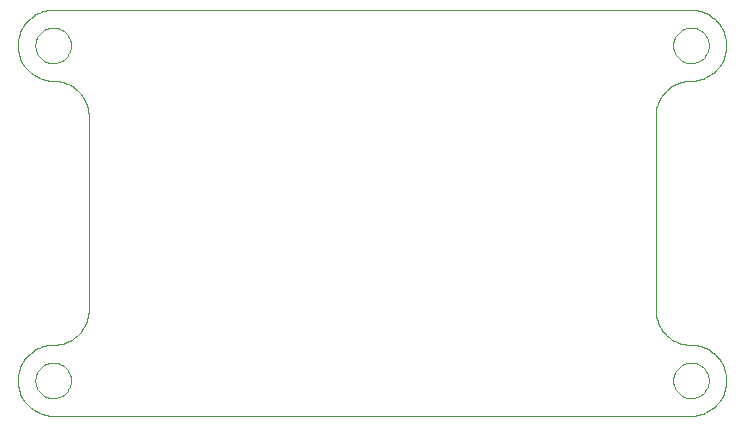
<source format=gko>
G75*
%MOIN*%
%OFA0B0*%
%FSLAX24Y24*%
%IPPOS*%
%LPD*%
%AMOC8*
5,1,8,0,0,1.08239X$1,22.5*
%
%ADD10C,0.0000*%
D10*
X001331Y000375D02*
X022591Y000375D01*
X023772Y001556D02*
X023770Y001622D01*
X023765Y001688D01*
X023755Y001754D01*
X023742Y001819D01*
X023726Y001883D01*
X023706Y001946D01*
X023682Y002008D01*
X023655Y002068D01*
X023625Y002127D01*
X023591Y002184D01*
X023554Y002239D01*
X023514Y002292D01*
X023472Y002343D01*
X023426Y002391D01*
X023378Y002437D01*
X023327Y002479D01*
X023274Y002519D01*
X023219Y002556D01*
X023162Y002590D01*
X023103Y002620D01*
X023043Y002647D01*
X022981Y002671D01*
X022918Y002691D01*
X022854Y002707D01*
X022789Y002720D01*
X022723Y002730D01*
X022657Y002735D01*
X022591Y002737D01*
X023772Y001556D02*
X023770Y001490D01*
X023765Y001424D01*
X023755Y001358D01*
X023742Y001293D01*
X023726Y001229D01*
X023706Y001166D01*
X023682Y001104D01*
X023655Y001044D01*
X023625Y000985D01*
X023591Y000928D01*
X023554Y000873D01*
X023514Y000820D01*
X023472Y000769D01*
X023426Y000721D01*
X023378Y000675D01*
X023327Y000633D01*
X023274Y000593D01*
X023219Y000556D01*
X023162Y000522D01*
X023103Y000492D01*
X023043Y000465D01*
X022981Y000441D01*
X022918Y000421D01*
X022854Y000405D01*
X022789Y000392D01*
X022723Y000382D01*
X022657Y000377D01*
X022591Y000375D01*
X022000Y001556D02*
X022002Y001604D01*
X022008Y001652D01*
X022018Y001699D01*
X022031Y001745D01*
X022049Y001790D01*
X022069Y001834D01*
X022094Y001876D01*
X022122Y001915D01*
X022152Y001952D01*
X022186Y001986D01*
X022223Y002018D01*
X022261Y002047D01*
X022302Y002072D01*
X022345Y002094D01*
X022390Y002112D01*
X022436Y002126D01*
X022483Y002137D01*
X022531Y002144D01*
X022579Y002147D01*
X022627Y002146D01*
X022675Y002141D01*
X022723Y002132D01*
X022769Y002120D01*
X022814Y002103D01*
X022858Y002083D01*
X022900Y002060D01*
X022940Y002033D01*
X022978Y002003D01*
X023013Y001970D01*
X023045Y001934D01*
X023075Y001896D01*
X023101Y001855D01*
X023123Y001812D01*
X023143Y001768D01*
X023158Y001723D01*
X023170Y001676D01*
X023178Y001628D01*
X023182Y001580D01*
X023182Y001532D01*
X023178Y001484D01*
X023170Y001436D01*
X023158Y001389D01*
X023143Y001344D01*
X023123Y001300D01*
X023101Y001257D01*
X023075Y001216D01*
X023045Y001178D01*
X023013Y001142D01*
X022978Y001109D01*
X022940Y001079D01*
X022900Y001052D01*
X022858Y001029D01*
X022814Y001009D01*
X022769Y000992D01*
X022723Y000980D01*
X022675Y000971D01*
X022627Y000966D01*
X022579Y000965D01*
X022531Y000968D01*
X022483Y000975D01*
X022436Y000986D01*
X022390Y001000D01*
X022345Y001018D01*
X022302Y001040D01*
X022261Y001065D01*
X022223Y001094D01*
X022186Y001126D01*
X022152Y001160D01*
X022122Y001197D01*
X022094Y001236D01*
X022069Y001278D01*
X022049Y001322D01*
X022031Y001367D01*
X022018Y001413D01*
X022008Y001460D01*
X022002Y001508D01*
X022000Y001556D01*
X021410Y003918D02*
X021410Y010361D01*
X021412Y010427D01*
X021417Y010493D01*
X021427Y010559D01*
X021440Y010624D01*
X021456Y010688D01*
X021476Y010751D01*
X021500Y010813D01*
X021527Y010873D01*
X021557Y010932D01*
X021591Y010989D01*
X021628Y011044D01*
X021668Y011097D01*
X021710Y011148D01*
X021756Y011196D01*
X021804Y011242D01*
X021855Y011284D01*
X021908Y011324D01*
X021963Y011361D01*
X022020Y011395D01*
X022079Y011425D01*
X022139Y011452D01*
X022201Y011476D01*
X022264Y011496D01*
X022328Y011512D01*
X022393Y011525D01*
X022459Y011535D01*
X022525Y011540D01*
X022591Y011542D01*
X022657Y011544D01*
X022723Y011549D01*
X022789Y011559D01*
X022854Y011572D01*
X022918Y011588D01*
X022981Y011608D01*
X023043Y011632D01*
X023103Y011659D01*
X023162Y011689D01*
X023219Y011723D01*
X023274Y011760D01*
X023327Y011800D01*
X023378Y011842D01*
X023426Y011888D01*
X023472Y011936D01*
X023514Y011987D01*
X023554Y012040D01*
X023591Y012095D01*
X023625Y012152D01*
X023655Y012211D01*
X023682Y012271D01*
X023706Y012333D01*
X023726Y012396D01*
X023742Y012460D01*
X023755Y012525D01*
X023765Y012591D01*
X023770Y012657D01*
X023772Y012723D01*
X023770Y012789D01*
X023765Y012855D01*
X023755Y012921D01*
X023742Y012986D01*
X023726Y013050D01*
X023706Y013113D01*
X023682Y013175D01*
X023655Y013235D01*
X023625Y013294D01*
X023591Y013351D01*
X023554Y013406D01*
X023514Y013459D01*
X023472Y013510D01*
X023426Y013558D01*
X023378Y013604D01*
X023327Y013646D01*
X023274Y013686D01*
X023219Y013723D01*
X023162Y013757D01*
X023103Y013787D01*
X023043Y013814D01*
X022981Y013838D01*
X022918Y013858D01*
X022854Y013874D01*
X022789Y013887D01*
X022723Y013897D01*
X022657Y013902D01*
X022591Y013904D01*
X022591Y013905D02*
X001331Y013905D01*
X000740Y012723D02*
X000742Y012771D01*
X000748Y012819D01*
X000758Y012866D01*
X000771Y012912D01*
X000789Y012957D01*
X000809Y013001D01*
X000834Y013043D01*
X000862Y013082D01*
X000892Y013119D01*
X000926Y013153D01*
X000963Y013185D01*
X001001Y013214D01*
X001042Y013239D01*
X001085Y013261D01*
X001130Y013279D01*
X001176Y013293D01*
X001223Y013304D01*
X001271Y013311D01*
X001319Y013314D01*
X001367Y013313D01*
X001415Y013308D01*
X001463Y013299D01*
X001509Y013287D01*
X001554Y013270D01*
X001598Y013250D01*
X001640Y013227D01*
X001680Y013200D01*
X001718Y013170D01*
X001753Y013137D01*
X001785Y013101D01*
X001815Y013063D01*
X001841Y013022D01*
X001863Y012979D01*
X001883Y012935D01*
X001898Y012890D01*
X001910Y012843D01*
X001918Y012795D01*
X001922Y012747D01*
X001922Y012699D01*
X001918Y012651D01*
X001910Y012603D01*
X001898Y012556D01*
X001883Y012511D01*
X001863Y012467D01*
X001841Y012424D01*
X001815Y012383D01*
X001785Y012345D01*
X001753Y012309D01*
X001718Y012276D01*
X001680Y012246D01*
X001640Y012219D01*
X001598Y012196D01*
X001554Y012176D01*
X001509Y012159D01*
X001463Y012147D01*
X001415Y012138D01*
X001367Y012133D01*
X001319Y012132D01*
X001271Y012135D01*
X001223Y012142D01*
X001176Y012153D01*
X001130Y012167D01*
X001085Y012185D01*
X001042Y012207D01*
X001001Y012232D01*
X000963Y012261D01*
X000926Y012293D01*
X000892Y012327D01*
X000862Y012364D01*
X000834Y012403D01*
X000809Y012445D01*
X000789Y012489D01*
X000771Y012534D01*
X000758Y012580D01*
X000748Y012627D01*
X000742Y012675D01*
X000740Y012723D01*
X000150Y012723D02*
X000152Y012789D01*
X000157Y012855D01*
X000167Y012921D01*
X000180Y012986D01*
X000196Y013050D01*
X000216Y013113D01*
X000240Y013175D01*
X000267Y013235D01*
X000297Y013294D01*
X000331Y013351D01*
X000368Y013406D01*
X000408Y013459D01*
X000450Y013510D01*
X000496Y013558D01*
X000544Y013604D01*
X000595Y013646D01*
X000648Y013686D01*
X000703Y013723D01*
X000760Y013757D01*
X000819Y013787D01*
X000879Y013814D01*
X000941Y013838D01*
X001004Y013858D01*
X001068Y013874D01*
X001133Y013887D01*
X001199Y013897D01*
X001265Y013902D01*
X001331Y013904D01*
X000150Y012723D02*
X000152Y012657D01*
X000157Y012591D01*
X000167Y012525D01*
X000180Y012460D01*
X000196Y012396D01*
X000216Y012333D01*
X000240Y012271D01*
X000267Y012211D01*
X000297Y012152D01*
X000331Y012095D01*
X000368Y012040D01*
X000408Y011987D01*
X000450Y011936D01*
X000496Y011888D01*
X000544Y011842D01*
X000595Y011800D01*
X000648Y011760D01*
X000703Y011723D01*
X000760Y011689D01*
X000819Y011659D01*
X000879Y011632D01*
X000941Y011608D01*
X001004Y011588D01*
X001068Y011572D01*
X001133Y011559D01*
X001199Y011549D01*
X001265Y011544D01*
X001331Y011542D01*
X001397Y011540D01*
X001463Y011535D01*
X001529Y011525D01*
X001594Y011512D01*
X001658Y011496D01*
X001721Y011476D01*
X001783Y011452D01*
X001843Y011425D01*
X001902Y011395D01*
X001959Y011361D01*
X002014Y011324D01*
X002067Y011284D01*
X002118Y011242D01*
X002166Y011196D01*
X002212Y011148D01*
X002254Y011097D01*
X002294Y011044D01*
X002331Y010989D01*
X002365Y010932D01*
X002395Y010873D01*
X002422Y010813D01*
X002446Y010751D01*
X002466Y010688D01*
X002482Y010624D01*
X002495Y010559D01*
X002505Y010493D01*
X002510Y010427D01*
X002512Y010361D01*
X002512Y003918D01*
X002510Y003852D01*
X002505Y003786D01*
X002495Y003720D01*
X002482Y003655D01*
X002466Y003591D01*
X002446Y003528D01*
X002422Y003466D01*
X002395Y003406D01*
X002365Y003347D01*
X002331Y003290D01*
X002294Y003235D01*
X002254Y003182D01*
X002212Y003131D01*
X002166Y003083D01*
X002118Y003037D01*
X002067Y002995D01*
X002014Y002955D01*
X001959Y002918D01*
X001902Y002884D01*
X001843Y002854D01*
X001783Y002827D01*
X001721Y002803D01*
X001658Y002783D01*
X001594Y002767D01*
X001529Y002754D01*
X001463Y002744D01*
X001397Y002739D01*
X001331Y002737D01*
X001265Y002735D01*
X001199Y002730D01*
X001133Y002720D01*
X001068Y002707D01*
X001004Y002691D01*
X000941Y002671D01*
X000879Y002647D01*
X000819Y002620D01*
X000760Y002590D01*
X000703Y002556D01*
X000648Y002519D01*
X000595Y002479D01*
X000544Y002437D01*
X000496Y002391D01*
X000450Y002343D01*
X000408Y002292D01*
X000368Y002239D01*
X000331Y002184D01*
X000297Y002127D01*
X000267Y002068D01*
X000240Y002008D01*
X000216Y001946D01*
X000196Y001883D01*
X000180Y001819D01*
X000167Y001754D01*
X000157Y001688D01*
X000152Y001622D01*
X000150Y001556D01*
X000152Y001490D01*
X000157Y001424D01*
X000167Y001358D01*
X000180Y001293D01*
X000196Y001229D01*
X000216Y001166D01*
X000240Y001104D01*
X000267Y001044D01*
X000297Y000985D01*
X000331Y000928D01*
X000368Y000873D01*
X000408Y000820D01*
X000450Y000769D01*
X000496Y000721D01*
X000544Y000675D01*
X000595Y000633D01*
X000648Y000593D01*
X000703Y000556D01*
X000760Y000522D01*
X000819Y000492D01*
X000879Y000465D01*
X000941Y000441D01*
X001004Y000421D01*
X001068Y000405D01*
X001133Y000392D01*
X001199Y000382D01*
X001265Y000377D01*
X001331Y000375D01*
X000740Y001556D02*
X000742Y001604D01*
X000748Y001652D01*
X000758Y001699D01*
X000771Y001745D01*
X000789Y001790D01*
X000809Y001834D01*
X000834Y001876D01*
X000862Y001915D01*
X000892Y001952D01*
X000926Y001986D01*
X000963Y002018D01*
X001001Y002047D01*
X001042Y002072D01*
X001085Y002094D01*
X001130Y002112D01*
X001176Y002126D01*
X001223Y002137D01*
X001271Y002144D01*
X001319Y002147D01*
X001367Y002146D01*
X001415Y002141D01*
X001463Y002132D01*
X001509Y002120D01*
X001554Y002103D01*
X001598Y002083D01*
X001640Y002060D01*
X001680Y002033D01*
X001718Y002003D01*
X001753Y001970D01*
X001785Y001934D01*
X001815Y001896D01*
X001841Y001855D01*
X001863Y001812D01*
X001883Y001768D01*
X001898Y001723D01*
X001910Y001676D01*
X001918Y001628D01*
X001922Y001580D01*
X001922Y001532D01*
X001918Y001484D01*
X001910Y001436D01*
X001898Y001389D01*
X001883Y001344D01*
X001863Y001300D01*
X001841Y001257D01*
X001815Y001216D01*
X001785Y001178D01*
X001753Y001142D01*
X001718Y001109D01*
X001680Y001079D01*
X001640Y001052D01*
X001598Y001029D01*
X001554Y001009D01*
X001509Y000992D01*
X001463Y000980D01*
X001415Y000971D01*
X001367Y000966D01*
X001319Y000965D01*
X001271Y000968D01*
X001223Y000975D01*
X001176Y000986D01*
X001130Y001000D01*
X001085Y001018D01*
X001042Y001040D01*
X001001Y001065D01*
X000963Y001094D01*
X000926Y001126D01*
X000892Y001160D01*
X000862Y001197D01*
X000834Y001236D01*
X000809Y001278D01*
X000789Y001322D01*
X000771Y001367D01*
X000758Y001413D01*
X000748Y001460D01*
X000742Y001508D01*
X000740Y001556D01*
X021410Y003918D02*
X021412Y003852D01*
X021417Y003786D01*
X021427Y003720D01*
X021440Y003655D01*
X021456Y003591D01*
X021476Y003528D01*
X021500Y003466D01*
X021527Y003406D01*
X021557Y003347D01*
X021591Y003290D01*
X021628Y003235D01*
X021668Y003182D01*
X021710Y003131D01*
X021756Y003083D01*
X021804Y003037D01*
X021855Y002995D01*
X021908Y002955D01*
X021963Y002918D01*
X022020Y002884D01*
X022079Y002854D01*
X022139Y002827D01*
X022201Y002803D01*
X022264Y002783D01*
X022328Y002767D01*
X022393Y002754D01*
X022459Y002744D01*
X022525Y002739D01*
X022591Y002737D01*
X022000Y012723D02*
X022002Y012771D01*
X022008Y012819D01*
X022018Y012866D01*
X022031Y012912D01*
X022049Y012957D01*
X022069Y013001D01*
X022094Y013043D01*
X022122Y013082D01*
X022152Y013119D01*
X022186Y013153D01*
X022223Y013185D01*
X022261Y013214D01*
X022302Y013239D01*
X022345Y013261D01*
X022390Y013279D01*
X022436Y013293D01*
X022483Y013304D01*
X022531Y013311D01*
X022579Y013314D01*
X022627Y013313D01*
X022675Y013308D01*
X022723Y013299D01*
X022769Y013287D01*
X022814Y013270D01*
X022858Y013250D01*
X022900Y013227D01*
X022940Y013200D01*
X022978Y013170D01*
X023013Y013137D01*
X023045Y013101D01*
X023075Y013063D01*
X023101Y013022D01*
X023123Y012979D01*
X023143Y012935D01*
X023158Y012890D01*
X023170Y012843D01*
X023178Y012795D01*
X023182Y012747D01*
X023182Y012699D01*
X023178Y012651D01*
X023170Y012603D01*
X023158Y012556D01*
X023143Y012511D01*
X023123Y012467D01*
X023101Y012424D01*
X023075Y012383D01*
X023045Y012345D01*
X023013Y012309D01*
X022978Y012276D01*
X022940Y012246D01*
X022900Y012219D01*
X022858Y012196D01*
X022814Y012176D01*
X022769Y012159D01*
X022723Y012147D01*
X022675Y012138D01*
X022627Y012133D01*
X022579Y012132D01*
X022531Y012135D01*
X022483Y012142D01*
X022436Y012153D01*
X022390Y012167D01*
X022345Y012185D01*
X022302Y012207D01*
X022261Y012232D01*
X022223Y012261D01*
X022186Y012293D01*
X022152Y012327D01*
X022122Y012364D01*
X022094Y012403D01*
X022069Y012445D01*
X022049Y012489D01*
X022031Y012534D01*
X022018Y012580D01*
X022008Y012627D01*
X022002Y012675D01*
X022000Y012723D01*
M02*

</source>
